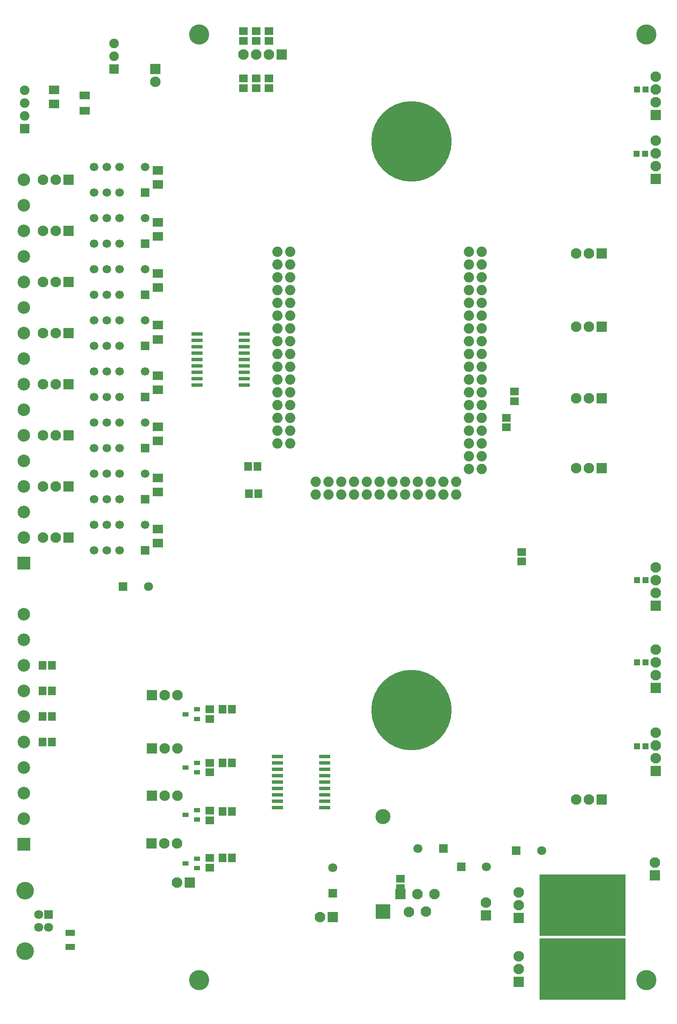
<source format=gbr>
G04 DipTrace 3.3.1.3*
G04 BottomMask.gbr*
%MOIN*%
G04 #@! TF.FileFunction,Soldermask,Bot*
G04 #@! TF.Part,Single*
%ADD33R,0.066929X0.066929*%
%ADD34C,0.066929*%
%ADD35R,0.074803X0.074803*%
%ADD36C,0.074803*%
%ADD55C,0.15748*%
%ADD56C,0.629921*%
%ADD64C,0.070866*%
%ADD67R,0.086614X0.031496*%
%ADD69C,0.082677*%
%ADD70R,0.677165X0.480315*%
%ADD72C,0.080709*%
%ADD78R,0.07874X0.059055*%
%ADD80R,0.077874X0.047874*%
%ADD84R,0.051181X0.047244*%
%ADD86R,0.049213X0.033465*%
%ADD90C,0.137795*%
%ADD92C,0.070866*%
%ADD94C,0.082677*%
%ADD95R,0.082677X0.082677*%
%ADD96C,0.098425*%
%ADD97R,0.098425X0.098425*%
%ADD100R,0.07874X0.070866*%
%ADD102C,0.11811*%
%ADD104R,0.11811X0.11811*%
%ADD108R,0.059055X0.066929*%
%ADD110R,0.070866X0.070866*%
%ADD112R,0.066929X0.059055*%
%FSLAX26Y26*%
G04*
G70*
G90*
G75*
G01*
G04 BotMask*
%LPD*%
D64*
X3212450Y1512451D3*
D110*
Y1312451D3*
D64*
X3881201Y1662451D3*
D110*
X4081201D3*
D112*
X3743701Y1350147D3*
Y1424950D3*
D64*
X4849951Y1643701D3*
D110*
X4649951D3*
D64*
X1768701Y3712450D3*
D110*
X1568701D3*
D104*
X3606201Y1168701D3*
D102*
Y1910433D3*
D100*
X1843701Y6856201D3*
Y6966437D3*
Y6449950D3*
Y6560186D3*
Y6049950D3*
Y6160186D3*
Y5645965D3*
Y5756201D3*
Y5249950D3*
Y5360186D3*
Y4849951D3*
Y4960188D3*
Y4449950D3*
Y4560186D3*
Y4049950D3*
Y4160186D3*
D55*
X2165354Y8031496D3*
X5669291D3*
X2165354Y629921D3*
X5669291D3*
D56*
X3831201Y7193701D3*
Y2743701D3*
D97*
X793701Y1693701D3*
D96*
Y1893701D3*
Y2093701D3*
Y2293701D3*
Y2493701D3*
Y2693701D3*
Y2893701D3*
Y3093701D3*
Y3293701D3*
Y3493701D3*
D35*
X1499950Y7762449D3*
D36*
Y7862449D3*
Y7962449D3*
D35*
X799951Y7293701D3*
D36*
Y7393701D3*
Y7493701D3*
Y7593701D3*
D95*
X2812451Y7874948D3*
D94*
X2712451D3*
X2612451D3*
X2512451D3*
D95*
X5743697Y7399951D3*
D94*
Y7499951D3*
Y7599951D3*
Y7699951D3*
D95*
X5743698Y2268701D3*
D94*
Y2368701D3*
Y2468701D3*
Y2568701D3*
D95*
X1824954Y7762451D3*
D94*
Y7662451D3*
D95*
X5743697Y3562450D3*
D94*
Y3662450D3*
Y3762450D3*
Y3862450D3*
D95*
Y2918701D3*
D94*
Y3018701D3*
Y3118701D3*
Y3218701D3*
D95*
Y6899950D3*
D94*
Y6999950D3*
Y7099950D3*
Y7199950D3*
D95*
X3212450Y1124949D3*
D94*
X3112450D3*
D95*
X4412448Y1137451D3*
D94*
Y1237451D3*
D95*
X2093701Y1393698D3*
D94*
X1993701D3*
D95*
X5321038Y4637451D3*
D94*
X5221038D3*
X5121038D3*
D95*
X5321038Y5182776D3*
D94*
X5221038D3*
X5121038D3*
D95*
X5321038Y6318701D3*
D94*
X5221038D3*
X5121038D3*
D95*
X5321038Y5743701D3*
D94*
X5221038D3*
X5121038D3*
D95*
X5320276Y2043701D3*
D94*
X5220276D3*
X5120276D3*
D95*
X5737450Y1449950D3*
D94*
Y1549950D3*
D95*
X1798377Y2862450D3*
D94*
X1898377D3*
X1998377D3*
D95*
X1798377Y2443701D3*
D94*
X1898377D3*
X1998377D3*
D110*
X987451Y1143701D3*
D92*
Y1045276D3*
X908711D3*
Y1143701D3*
D90*
X802018Y857480D3*
Y1331496D3*
D95*
X1798377Y2074951D3*
D94*
X1898377D3*
X1998377D3*
D95*
X1792126Y1699950D3*
D94*
X1892126D3*
X1992126D3*
D97*
X793701Y3893701D3*
D96*
Y4093701D3*
Y4293701D3*
Y4493701D3*
Y4693701D3*
Y4893701D3*
Y5093701D3*
Y5293701D3*
Y5493701D3*
Y5693701D3*
Y5893701D3*
Y6093701D3*
Y6293701D3*
Y6493701D3*
Y6693701D3*
Y6893701D3*
D95*
X1143701D3*
D94*
X1043701D3*
X943701D3*
D95*
X1143701Y6493701D3*
D94*
X1043701D3*
X943701D3*
D95*
X1143701Y6093701D3*
D94*
X1043701D3*
X943701D3*
D95*
X1143701Y5693701D3*
D94*
X1043701D3*
X943701D3*
D95*
X1143701Y5293701D3*
D94*
X1043701D3*
X943701D3*
D95*
X1143701Y4893701D3*
D94*
X1043701D3*
X943701D3*
D95*
X1143701Y4493701D3*
D94*
X1043701D3*
X943701D3*
D95*
X1143701Y4093701D3*
D94*
X1043701D3*
X943701D3*
D33*
X1743701Y6793701D3*
D34*
X1543701D3*
X1443701D3*
X1343701D3*
X1743701Y6993701D3*
X1543701D3*
X1443701D3*
X1343701D3*
D33*
X1743701Y6393701D3*
D34*
X1543701D3*
X1443701D3*
X1343701D3*
X1743701Y6593701D3*
X1543701D3*
X1443701D3*
X1343701D3*
D33*
X1743701Y5993701D3*
D34*
X1543701D3*
X1443701D3*
X1343701D3*
X1743701Y6193701D3*
X1543701D3*
X1443701D3*
X1343701D3*
D33*
X1743701Y5593701D3*
D34*
X1543701D3*
X1443701D3*
X1343701D3*
X1743701Y5793701D3*
X1543701D3*
X1443701D3*
X1343701D3*
D33*
X1743701Y5193701D3*
D34*
X1543701D3*
X1443701D3*
X1343701D3*
X1743701Y5393701D3*
X1543701D3*
X1443701D3*
X1343701D3*
D33*
X1743701Y4793701D3*
D34*
X1543701D3*
X1443701D3*
X1343701D3*
X1743701Y4993701D3*
X1543701D3*
X1443701D3*
X1343701D3*
D33*
X1743701Y4393701D3*
D34*
X1543701D3*
X1443701D3*
X1343701D3*
X1743701Y4593701D3*
X1543701D3*
X1443701D3*
X1343701D3*
D33*
X1743701Y3993701D3*
D34*
X1543701D3*
X1443701D3*
X1343701D3*
X1743701Y4193701D3*
X1543701D3*
X1443701D3*
X1343701D3*
D110*
X4218701Y1518701D3*
D92*
X4415551D3*
D86*
X2151702Y2749755D3*
Y2674951D3*
X2061151Y2712353D3*
X2151702Y2331004D3*
Y2256201D3*
X2061151Y2293602D3*
X2151702Y1962253D3*
Y1887450D3*
X2061151Y1924852D3*
X2151702Y1581003D3*
Y1506199D3*
X2061151Y1543601D3*
D108*
X939764Y3093701D3*
X1014567D3*
X939764Y2893701D3*
X1014567D3*
X939764Y2693701D3*
X1014567D3*
X939764Y2493701D3*
X1014567D3*
X2631201Y4437450D3*
X2556398D3*
D112*
X2512352Y7612549D3*
Y7687352D3*
X4637450Y5237450D3*
Y5162647D3*
X2612353Y7612549D3*
Y7687352D3*
D108*
X2624950Y4649950D3*
X2550147D3*
D112*
X2712453Y7612451D3*
Y7687255D3*
X4574951Y5031201D3*
Y4956398D3*
X2512451Y8056201D3*
Y7981398D3*
X2612451Y8056201D3*
Y7981398D3*
X2712451Y8056201D3*
Y7981398D3*
D84*
X5662450Y7599951D3*
X5595521D3*
X5662450Y2462451D3*
X5595521D3*
X5662450Y3762450D3*
X5595521D3*
X5661417Y7098425D3*
X5594488D3*
X5662450Y3118701D3*
X5595521D3*
D112*
X4693701Y3981199D3*
Y3906396D3*
D80*
X1156201Y999950D3*
Y889832D3*
D100*
X1031201Y7487450D3*
Y7597686D3*
D78*
X1270276Y7435088D3*
Y7553198D3*
D108*
X2349950Y2749950D3*
X2424753D3*
D112*
X2249951Y2675148D3*
Y2749951D3*
D108*
X2349950Y2331201D3*
X2424753D3*
D112*
X2249951Y2256398D3*
Y2331201D3*
D108*
X2349950Y1949951D3*
X2424753D3*
D112*
X2249951Y1881398D3*
Y1956201D3*
D108*
X2349950Y1587450D3*
X2424753D3*
D112*
X2249951Y1512647D3*
Y1587450D3*
D72*
X2881201Y6331201D3*
X2781201D3*
Y6231201D3*
X2881201D3*
Y6131201D3*
X2781201D3*
Y6031201D3*
X2881201D3*
Y5931201D3*
X2781201D3*
Y5831201D3*
X2881201D3*
Y5731201D3*
X2781201D3*
Y5631201D3*
X2881201D3*
Y5531201D3*
X2781201D3*
Y5431201D3*
X2881201D3*
Y5331201D3*
X2781201D3*
Y5231201D3*
X2881201D3*
Y5131201D3*
X2781201D3*
Y5031201D3*
X2881201D3*
Y4931201D3*
X2781201D3*
Y4831201D3*
X2881201D3*
X3081201Y4431201D3*
Y4531201D3*
X3181201Y4431201D3*
Y4531201D3*
X3281201Y4431201D3*
Y4531201D3*
X3381201Y4431201D3*
Y4531201D3*
X3481201Y4431201D3*
Y4531201D3*
X3581201Y4431201D3*
Y4531201D3*
X3681201Y4431201D3*
Y4531201D3*
X3781201Y4431201D3*
Y4531201D3*
X3881201Y4431201D3*
Y4531201D3*
X3981201Y4431201D3*
Y4531201D3*
X4081201Y4431201D3*
Y4531201D3*
X4181201Y4431201D3*
Y4531201D3*
X4381201Y4631201D3*
X4281201D3*
X4381201Y4731201D3*
X4281201D3*
X4381201Y4831201D3*
X4281201D3*
X4381201Y4931201D3*
X4281201D3*
X4381201Y5031201D3*
X4281201D3*
X4381201Y5131201D3*
X4281201D3*
X4381201Y5231201D3*
X4281201D3*
X4381201Y5331201D3*
X4281201D3*
X4381201Y5431201D3*
X4281201D3*
X4381201Y5531201D3*
X4281201D3*
X4381201Y5631201D3*
X4281201D3*
X4381201Y5731201D3*
X4281201D3*
X4381201Y5831201D3*
X4281201D3*
X4381201Y5931201D3*
X4281201D3*
X4381201Y6031201D3*
X4281201D3*
X4381201Y6131201D3*
X4281201D3*
X4381201Y6231201D3*
X4281201D3*
X4381201Y6331201D3*
X4281201D3*
D70*
X5168702Y718701D3*
D69*
X4668702Y818701D3*
Y718701D3*
D95*
Y618701D3*
D67*
X2518701Y5687450D3*
Y5637450D3*
Y5587450D3*
Y5537450D3*
Y5487450D3*
Y5437450D3*
Y5387450D3*
Y5337450D3*
Y5287450D3*
X2148622D3*
Y5337450D3*
Y5387450D3*
Y5437450D3*
Y5487450D3*
Y5537450D3*
Y5587450D3*
Y5637450D3*
Y5687450D3*
D95*
X3743701Y1305413D3*
D94*
X3810630Y1163681D3*
X3877559Y1305413D3*
X3944488Y1167618D3*
X4011417Y1305413D3*
D70*
X5168702Y1218701D3*
D69*
X4668702Y1318701D3*
Y1218701D3*
D95*
Y1118701D3*
D67*
X3149951Y2381201D3*
Y2331201D3*
Y2281201D3*
Y2231201D3*
Y2181201D3*
Y2131201D3*
Y2081201D3*
Y2031201D3*
Y1981201D3*
X2779873D3*
Y2031201D3*
Y2081201D3*
Y2131201D3*
Y2181201D3*
Y2231201D3*
Y2281201D3*
Y2331201D3*
Y2381201D3*
M02*

</source>
